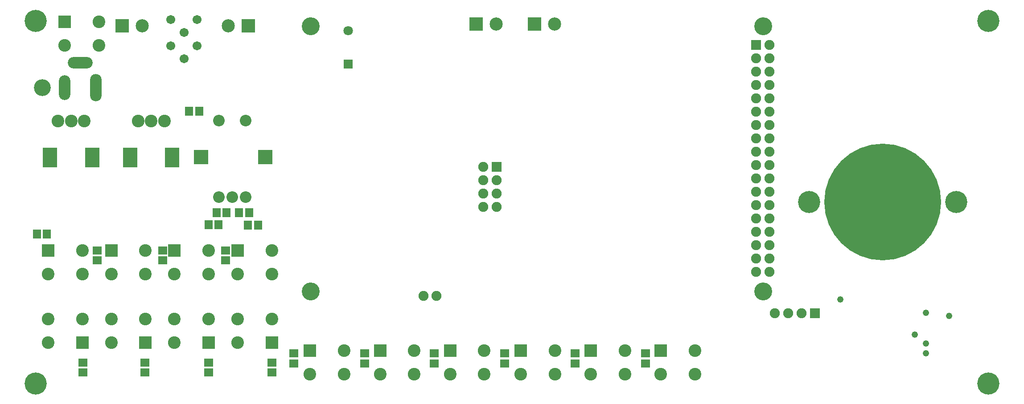
<source format=gts>
G04*
G04 #@! TF.GenerationSoftware,Altium Limited,Altium Designer,19.1.8 (144)*
G04*
G04 Layer_Color=8388736*
%FSLAX25Y25*%
%MOIN*%
G70*
G01*
G75*
%ADD15R,0.05918X0.06706*%
%ADD16R,0.06706X0.05918*%
%ADD17C,0.07493*%
%ADD18R,0.07493X0.07493*%
%ADD19R,0.10642X0.10642*%
%ADD20C,0.08674*%
%ADD21R,0.09855X0.09855*%
%ADD22C,0.09855*%
%ADD23C,0.09461*%
%ADD24R,0.09461X0.09461*%
%ADD25R,0.07493X0.07493*%
%ADD26R,0.10642X0.14580*%
%ADD27C,0.12611*%
%ADD28O,0.18517X0.08674*%
%ADD29O,0.08674X0.18517*%
%ADD30O,0.08674X0.20485*%
%ADD31C,0.06706*%
%ADD32R,0.07099X0.07099*%
%ADD33C,0.07099*%
%ADD34C,0.13398*%
%ADD35C,0.04800*%
%ADD36C,0.16548*%
%ADD37C,0.87414*%
D15*
X171579Y-159638D02*
D03*
X164099D02*
D03*
X178240Y-169000D02*
D03*
X170760D02*
D03*
X147169Y-159638D02*
D03*
X154650D02*
D03*
X141264Y-168693D02*
D03*
X148744D02*
D03*
X126760Y-83500D02*
D03*
X134240D02*
D03*
X12992Y-175591D02*
D03*
X20472D02*
D03*
D16*
X362598Y-272441D02*
D03*
Y-264961D02*
D03*
X309842Y-272441D02*
D03*
Y-264961D02*
D03*
X188583Y-279331D02*
D03*
Y-271850D02*
D03*
X153937Y-195275D02*
D03*
Y-187795D02*
D03*
X57874Y-195275D02*
D03*
Y-187795D02*
D03*
X93701Y-279331D02*
D03*
Y-271850D02*
D03*
X468110Y-272441D02*
D03*
Y-264961D02*
D03*
X415354Y-272441D02*
D03*
Y-264961D02*
D03*
X257874Y-272441D02*
D03*
Y-264961D02*
D03*
X205118Y-272441D02*
D03*
Y-264961D02*
D03*
X141339Y-279331D02*
D03*
Y-271850D02*
D03*
X107087Y-195275D02*
D03*
Y-187795D02*
D03*
X47244Y-279331D02*
D03*
Y-271850D02*
D03*
D17*
X302051Y-221992D02*
D03*
X311563D02*
D03*
X560500Y-33992D02*
D03*
X550500Y-43992D02*
D03*
X560500D02*
D03*
X550500Y-53992D02*
D03*
X560500D02*
D03*
X550500Y-63992D02*
D03*
X560500D02*
D03*
X550500Y-73992D02*
D03*
X560500D02*
D03*
X550500Y-83992D02*
D03*
X560500D02*
D03*
X550500Y-93992D02*
D03*
X560500D02*
D03*
X550500Y-103992D02*
D03*
X560500D02*
D03*
X550500Y-113992D02*
D03*
X560500D02*
D03*
X550500Y-123992D02*
D03*
X560500D02*
D03*
X550500Y-133992D02*
D03*
X560500D02*
D03*
X550500Y-143992D02*
D03*
X560500D02*
D03*
X550500Y-153992D02*
D03*
X560500D02*
D03*
X550500Y-163992D02*
D03*
X560500D02*
D03*
X550500Y-173992D02*
D03*
X560500D02*
D03*
X550500Y-183992D02*
D03*
X560500D02*
D03*
X550500Y-193992D02*
D03*
X560500D02*
D03*
Y-203992D02*
D03*
X550500D02*
D03*
X346571Y-125197D02*
D03*
X356571Y-135197D02*
D03*
X346571D02*
D03*
X356571Y-145197D02*
D03*
X346571D02*
D03*
X356571Y-155197D02*
D03*
X346571D02*
D03*
X564488Y-235039D02*
D03*
X574488D02*
D03*
X584488D02*
D03*
D18*
X550500Y-33992D02*
D03*
X594488Y-235039D02*
D03*
D19*
X135516Y-117905D02*
D03*
X183547D02*
D03*
D20*
X149138Y-90405D02*
D03*
X169138D02*
D03*
X149138Y-147906D02*
D03*
X159138D02*
D03*
X169138D02*
D03*
D21*
X76500Y-19500D02*
D03*
X171000D02*
D03*
X341338Y-18110D02*
D03*
X385020D02*
D03*
D22*
X91500Y-19500D02*
D03*
X156000D02*
D03*
X356339Y-18110D02*
D03*
X400020D02*
D03*
D23*
X59295Y-16642D02*
D03*
X59296Y-34358D02*
D03*
X33704D02*
D03*
X162992Y-205709D02*
D03*
X188583D02*
D03*
X188583Y-187992D02*
D03*
X28665Y-90740D02*
D03*
X48350D02*
D03*
X38508D02*
D03*
X162992Y-256890D02*
D03*
X162992Y-239173D02*
D03*
X188583D02*
D03*
X21260Y-256890D02*
D03*
X21260Y-239173D02*
D03*
X46851D02*
D03*
X46850Y-187992D02*
D03*
X46851Y-205709D02*
D03*
X21260D02*
D03*
X295079Y-262795D02*
D03*
X295079Y-280512D02*
D03*
X269488D02*
D03*
X88508Y-90740D02*
D03*
X108193D02*
D03*
X98350D02*
D03*
X115748Y-256890D02*
D03*
X115748Y-239173D02*
D03*
X141339D02*
D03*
X68504Y-256890D02*
D03*
X68503Y-239173D02*
D03*
X94095D02*
D03*
X504921Y-262795D02*
D03*
X504922Y-280512D02*
D03*
X479330D02*
D03*
X452559Y-262795D02*
D03*
X452560Y-280512D02*
D03*
X426968D02*
D03*
X400197Y-262795D02*
D03*
X400197Y-280512D02*
D03*
X374606D02*
D03*
X347441Y-262795D02*
D03*
X347441Y-280512D02*
D03*
X321850D02*
D03*
X242717Y-262795D02*
D03*
X242717Y-280512D02*
D03*
X217126D02*
D03*
X141339Y-187992D02*
D03*
X141339Y-205709D02*
D03*
X115748D02*
D03*
X94095Y-187992D02*
D03*
X94095Y-205709D02*
D03*
X68503D02*
D03*
D24*
X33705Y-16642D02*
D03*
X162992Y-187992D02*
D03*
X188583Y-256890D02*
D03*
X46850D02*
D03*
X21260Y-187992D02*
D03*
X269488Y-262795D02*
D03*
X141339Y-256890D02*
D03*
X94095D02*
D03*
X479331Y-262795D02*
D03*
X426968D02*
D03*
X374606D02*
D03*
X321850D02*
D03*
X217126D02*
D03*
X115748Y-187992D02*
D03*
X68504D02*
D03*
D25*
X356571Y-125197D02*
D03*
D26*
X22760Y-118299D02*
D03*
X54256D02*
D03*
X82602D02*
D03*
X114099D02*
D03*
D27*
X16965Y-66000D02*
D03*
D28*
X45311Y-47102D02*
D03*
D29*
X33500Y-66000D02*
D03*
D30*
X57122D02*
D03*
D31*
X132803Y-34421D02*
D03*
Y-14736D02*
D03*
X122960Y-44264D02*
D03*
Y-24579D02*
D03*
X113118Y-34421D02*
D03*
Y-14736D02*
D03*
D32*
X245500Y-48359D02*
D03*
D33*
Y-23359D02*
D03*
D34*
X555988Y-19992D02*
D03*
Y-218492D02*
D03*
X217799D02*
D03*
Y-19992D02*
D03*
D35*
X695000Y-237000D02*
D03*
X677500Y-265000D02*
D03*
X613500Y-224500D02*
D03*
X669385Y-250787D02*
D03*
X677500Y-257500D02*
D03*
X677527Y-234646D02*
D03*
D36*
X11811Y-287402D02*
D03*
Y-15748D02*
D03*
X724409Y-287402D02*
D03*
Y-15748D02*
D03*
X590158Y-151575D02*
D03*
X700394D02*
D03*
D37*
X645275D02*
D03*
M02*

</source>
